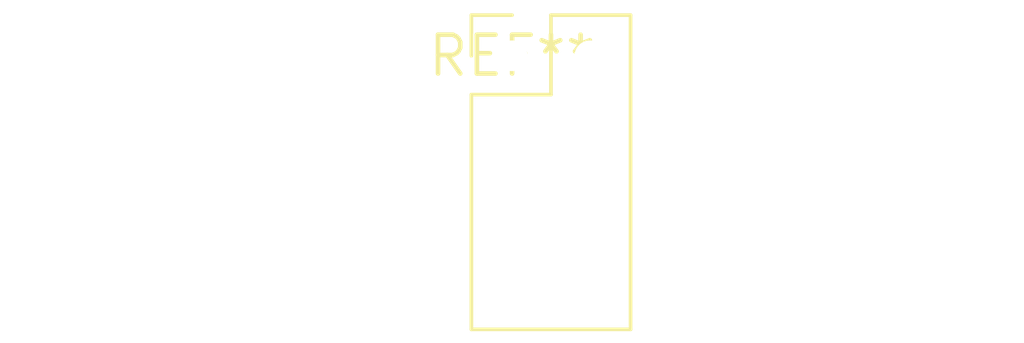
<source format=kicad_pcb>
(kicad_pcb (version 20240108) (generator pcbnew)
  (layers (0 "F.Cu" signal) (31 "B.Cu" signal) (34 "B.Paste" user) (35 "F.Paste" user) (36 "B.SilkS" user "B.Silkscreen") (37 "F.SilkS" user "F.Silkscreen") (38 "B.Mask" user) (39 "F.Mask" user) (44 "Edge.Cuts" user))
  (net 0 "")
  (footprint "PinHeader_2x04_P2.54mm_Vertical" (layer "F.Cu") (at 0 0)
    (property "Reference" "REF**")
    (property "Value" "PinHeader_2x04_P2.54mm_Vertical")
    (fp_line (start -1.33 -1.33) (end 0 -1.33) (layer "F.SilkS") (stroke (width 0.12)))
    (fp_line (start -1.33 0) (end -1.33 -1.33) (layer "F.SilkS") (stroke (width 0.12)))
    (fp_line (start -1.33 1.27) (end -1.33 8.95) (layer "F.SilkS") (stroke (width 0.12)))
    (fp_line (start -1.33 1.27) (end 1.27 1.27) (layer "F.SilkS") (stroke (width 0.12)))
    (fp_line (start -1.33 8.95) (end 3.87 8.95) (layer "F.SilkS") (stroke (width 0.12)))
    (fp_line (start 1.27 -1.33) (end 3.87 -1.33) (layer "F.SilkS") (stroke (width 0.12)))
    (fp_line (start 1.27 1.27) (end 1.27 -1.33) (layer "F.SilkS") (stroke (width 0.12)))
    (fp_line (start 3.87 -1.33) (end 3.87 8.95) (layer "F.SilkS") (stroke (width 0.12)))
    (pad "1" thru_hole rect (at 0 0) (size 1.7 1.7) (drill 1) (layers *.Cu *.Mask) (remove_unused_layers))
    (pad "2" thru_hole oval (at 2.54 0) (size 1.7 1.7) (drill 1) (layers *.Cu *.Mask) (remove_unused_layers))
    (pad "3" thru_hole oval (at 0 2.54) (size 1.7 1.7) (drill 1) (layers *.Cu *.Mask) (remove_unused_layers))
    (pad "4" thru_hole oval (at 2.54 2.54) (size 1.7 1.7) (drill 1) (layers *.Cu *.Mask) (remove_unused_layers))
    (pad "5" thru_hole oval (at 0 5.08) (size 1.7 1.7) (drill 1) (layers *.Cu *.Mask) (remove_unused_layers))
    (pad "6" thru_hole oval (at 2.54 5.08) (size 1.7 1.7) (drill 1) (layers *.Cu *.Mask) (remove_unused_layers))
    (pad "7" thru_hole oval (at 0 7.62) (size 1.7 1.7) (drill 1) (layers *.Cu *.Mask) (remove_unused_layers))
    (pad "8" thru_hole oval (at 2.54 7.62) (size 1.7 1.7) (drill 1) (layers *.Cu *.Mask) (remove_unused_layers))
  )
)
</source>
